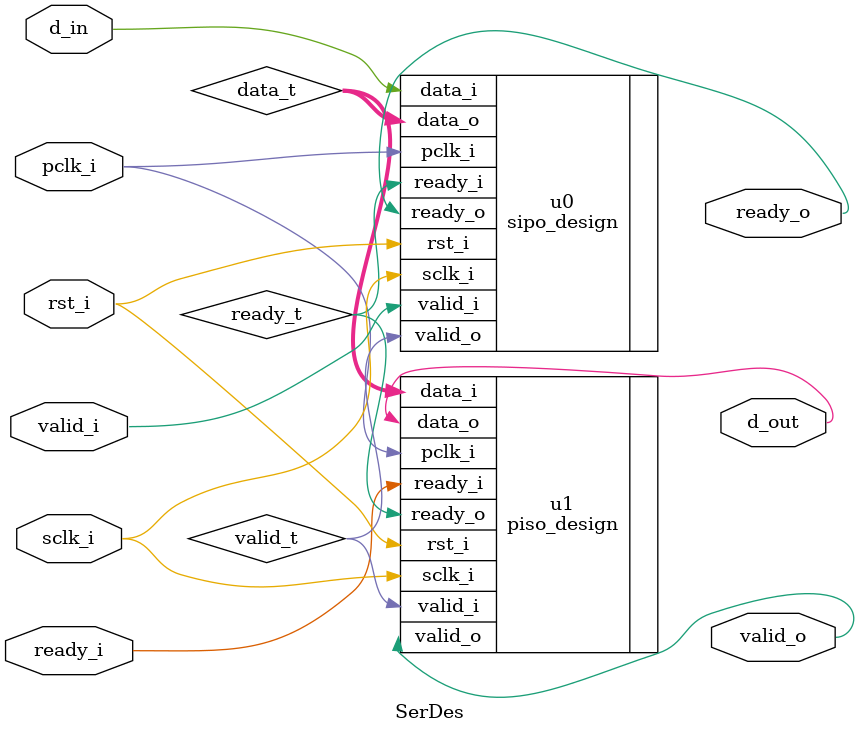
<source format=v>
`include "piso_design.v"
`include "sipo_design.v"
`include "fifo_async.v"
module SerDes(d_in,d_out,valid_i,ready_o,valid_o,ready_i,sclk_i,pclk_i,rst_i);

input pclk_i, rst_i, sclk_i;
input d_in;
input valid_i,ready_i;
output wire ready_o, valid_o, d_out;
wire [7:0] data_t;
wire valid_t, ready_t;

	sipo_design u0(.sclk_i(sclk_i), .pclk_i(pclk_i), .rst_i(rst_i),
				   .data_i(d_in), .valid_i(valid_i), .ready_o(ready_o),
				   .data_o(data_t), .valid_o(valid_t), .ready_i(ready_t));	
	piso_design u1(.pclk_i(pclk_i), .rst_i(rst_i), .sclk_i(sclk_i),
			.data_i(data_t), .valid_i(valid_t), .ready_o(ready_t),
			.data_o(d_out), .valid_o(valid_o), .ready_i(ready_i));

endmodule

</source>
